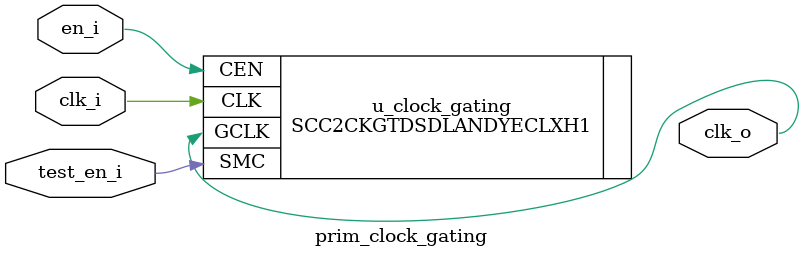
<source format=sv>
/* ASIC implementation */

module prim_clock_gating (
    input        clk_i,
    input        en_i,
    input        test_en_i,
    output logic clk_o
);

  SCC2CKGTDSDLANDYECLXH1 u_clock_gating (
      .CLK (clk_i),
      .CEN (en_i),
      .SMC (test_en_i),
      .GCLK(clk_o)
  );
endmodule

</source>
